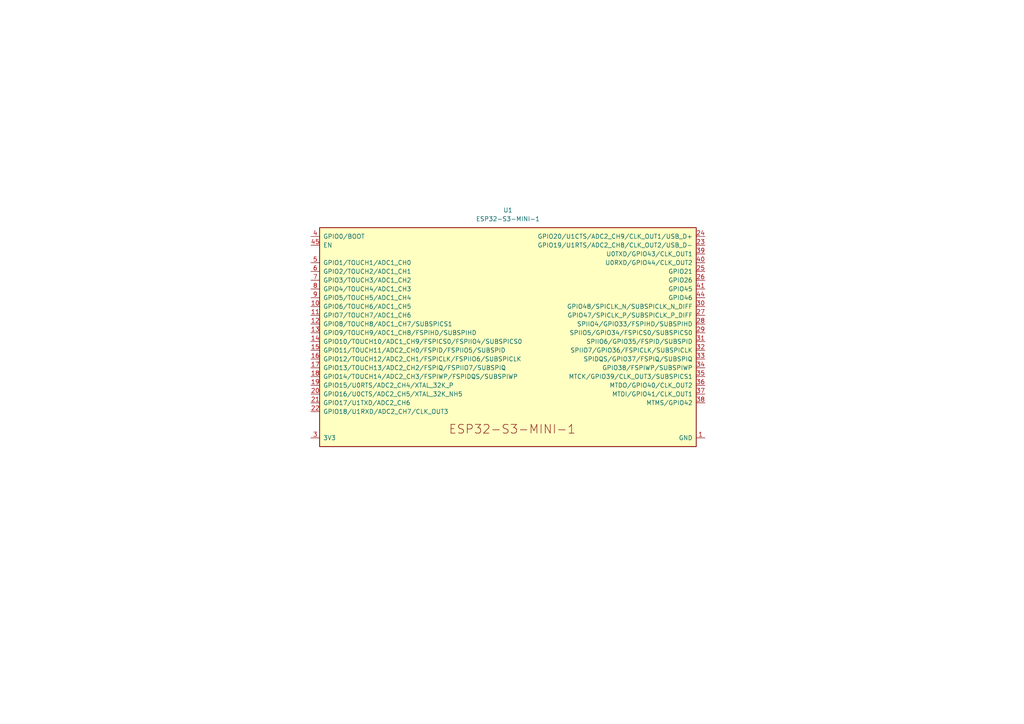
<source format=kicad_sch>
(kicad_sch (version 20250114) (generator "eeschema") (generator_version "9.0")
  (paper "A4")
  (lib_symbols
    (symbol "Espressif:ESP32-S3-MINI-1" (pin_names (offset 1.016))
      (property "Reference" "U" (at -55.88 38.1 0))
      (property "Value" "ESP32-S3-MINI-1" (at -55.88 35.56 0))
      (symbol "ESP32-S3-MINI-1_0_0"
        (rectangle (start -55.88 33.02) (end 53.34 -30.48) (stroke (width 0.254)) (fill (type background)))
        (text "ESP32-S3-MINI-1" (at 0 -25.4 0) (effects (font (size 2.54 2.54))))
        (pin bidirectional line (at -58.42 30.48 0) (length 2.54) (name "GPIO0/BOOT") (number "4"))
        (pin input line (at -58.42 27.94 0) (length 2.54) (name "EN") (number "45"))
        (pin bidirectional line (at -58.42 22.86 0) (length 2.54) (name "GPIO1/TOUCH1/ADC1_CH0") (number "5"))
        (pin bidirectional line (at -58.42 20.32 0) (length 2.54) (name "GPIO2/TOUCH2/ADC1_CH1") (number "6"))
        (pin bidirectional line (at -58.42 17.78 0) (length 2.54) (name "GPIO3/TOUCH3/ADC1_CH2") (number "7"))
        (pin bidirectional line (at -58.42 15.24 0) (length 2.54) (name "GPIO4/TOUCH4/ADC1_CH3") (number "8"))
        (pin bidirectional line (at -58.42 12.7 0) (length 2.54) (name "GPIO5/TOUCH5/ADC1_CH4") (number "9"))
        (pin bidirectional line (at -58.42 10.16 0) (length 2.54) (name "GPIO6/TOUCH6/ADC1_CH5") (number "10"))
        (pin bidirectional line (at -58.42 7.62 0) (length 2.54) (name "GPIO7/TOUCH7/ADC1_CH6") (number "11"))
        (pin bidirectional line (at -58.42 5.08 0) (length 2.54) (name "GPIO8/TOUCH8/ADC1_CH7/SUBSPICS1") (number "12"))
        (pin bidirectional line (at -58.42 2.54 0) (length 2.54) (name "GPIO9/TOUCH9/ADC1_CH8/FSPIHD/SUBSPIHD") (number "13"))
        (pin bidirectional line (at -58.42 0 0) (length 2.54) (name "GPIO10/TOUCH10/ADC1_CH9/FSPICS0/FSPIIO4/SUBSPICS0") (number "14"))
        (pin bidirectional line (at -58.42 -2.54 0) (length 2.54) (name "GPIO11/TOUCH11/ADC2_CH0/FSPID/FSPIIO5/SUBSPID") (number "15"))
        (pin bidirectional line (at -58.42 -5.08 0) (length 2.54) (name "GPIO12/TOUCH12/ADC2_CH1/FSPICLK/FSPIIO6/SUBSPICLK") (number "16"))
        (pin bidirectional line (at -58.42 -7.62 0) (length 2.54) (name "GPIO13/TOUCH13/ADC2_CH2/FSPIQ/FSPIIO7/SUBSPIQ") (number "17"))
        (pin bidirectional line (at -58.42 -10.16 0) (length 2.54) (name "GPIO14/TOUCH14/ADC2_CH3/FSPIWP/FSPIDQS/SUBSPIWP") (number "18"))
        (pin bidirectional line (at -58.42 -12.7 0) (length 2.54) (name "GPIO15/U0RTS/ADC2_CH4/XTAL_32K_P") (number "19"))
        (pin bidirectional line (at -58.42 -15.24 0) (length 2.54) (name "GPIO16/U0CTS/ADC2_CH5/XTAL_32K_NH5") (number "20"))
        (pin bidirectional line (at -58.42 -17.78 0) (length 2.54) (name "GPIO17/U1TXD/ADC2_CH6") (number "21"))
        (pin bidirectional line (at -58.42 -20.32 0) (length 2.54) (name "GPIO18/U1RXD/ADC2_CH7/CLK_OUT3") (number "22"))
        (pin power_in line (at -58.42 -27.94 0) (length 2.54) (name "3V3") (number "3"))
        (pin bidirectional line (at 55.88 30.48 180) (length 2.54) (name "GPIO20/U1CTS/ADC2_CH9/CLK_OUT1/USB_D+") (number "24"))
        (pin bidirectional line (at 55.88 27.94 180) (length 2.54) (name "GPIO19/U1RTS/ADC2_CH8/CLK_OUT2/USB_D-") (number "23"))
        (pin bidirectional line (at 55.88 25.4 180) (length 2.54) (name "U0TXD/GPIO43/CLK_OUT1") (number "39"))
        (pin bidirectional line (at 55.88 22.86 180) (length 2.54) (name "U0RXD/GPIO44/CLK_OUT2") (number "40"))
        (pin bidirectional line (at 55.88 20.32 180) (length 2.54) (name "GPIO21") (number "25"))
        (pin bidirectional line (at 55.88 17.78 180) (length 2.54) (name "GPIO26") (number "26"))
        (pin bidirectional line (at 55.88 15.24 180) (length 2.54) (name "GPIO45") (number "41"))
        (pin bidirectional line (at 55.88 12.7 180) (length 2.54) (name "GPIO46") (number "44"))
        (pin bidirectional line (at 55.88 10.16 180) (length 2.54) (name "GPIO48/SPICLK_N/SUBSPICLK_N_DIFF") (number "30"))
        (pin bidirectional line (at 55.88 7.62 180) (length 2.54) (name "GPIO47/SPICLK_P/SUBSPICLK_P_DIFF") (number "27"))
        (pin bidirectional line (at 55.88 5.08 180) (length 2.54) (name "SPIIO4/GPIO33/FSPIHD/SUBSPIHD") (number "28"))
        (pin bidirectional line (at 55.88 2.54 180) (length 2.54) (name "SPIIO5/GPIO34/FSPICS0/SUBSPICS0") (number "29"))
        (pin bidirectional line (at 55.88 0 180) (length 2.54) (name "SPIIO6/GPIO35/FSPID/SUBSPID") (number "31"))
        (pin bidirectional line (at 55.88 -2.54 180) (length 2.54) (name "SPIIO7/GPIO36/FSPICLK/SUBSPICLK") (number "32"))
        (pin bidirectional line (at 55.88 -5.08 180) (length 2.54) (name "SPIDQS/GPIO37/FSPIQ/SUBSPIQ") (number "33"))
        (pin bidirectional line (at 55.88 -7.62 180) (length 2.54) (name "GPIO38/FSPIWP/SUBSPIWP") (number "34"))
        (pin bidirectional line (at 55.88 -10.16 180) (length 2.54) (name "MTCK/GPIO39/CLK_OUT3/SUBSPICS1") (number "35"))
        (pin bidirectional line (at 55.88 -12.7 180) (length 2.54) (name "MTDO/GPIO40/CLK_OUT2") (number "36"))
        (pin bidirectional line (at 55.88 -15.24 180) (length 2.54) (name "MTDI/GPIO41/CLK_OUT1") (number "37"))
        (pin bidirectional line (at 55.88 -17.78 180) (length 2.54) (name "MTMS/GPIO42") (number "38"))
        (pin power_in line (at 55.88 -27.94 180) (length 2.54) (name "GND") (number "1"))
        (pin passive line (at 55.88 -27.94 180) (length 2.54) (hide yes) (name "GND") (number "2"))
        (pin passive line (at 55.88 -27.94 180) (length 2.54) (hide yes) (name "GND") (number "42"))
        (pin passive line (at 55.88 -27.94 180) (length 2.54) (hide yes) (name "GND") (number "43"))
        (pin passive line (at 55.88 -27.94 180) (length 2.54) (hide yes) (name "GND") (number "46"))
        (pin passive line (at 55.88 -27.94 180) (length 2.54) (hide yes) (name "GND") (number "47"))
        (pin passive line (at 55.88 -27.94 180) (length 2.54) (hide yes) (name "GND") (number "48"))
        (pin passive line (at 55.88 -27.94 180) (length 2.54) (hide yes) (name "GND") (number "49"))
        (pin passive line (at 55.88 -27.94 180) (length 2.54) (hide yes) (name "GND") (number "50"))
        (pin passive line (at 55.88 -27.94 180) (length 2.54) (hide yes) (name "GND") (number "51"))
        (pin passive line (at 55.88 -27.94 180) (length 2.54) (hide yes) (name "GND") (number "52"))
        (pin passive line (at 55.88 -27.94 180) (length 2.54) (hide yes) (name "GND") (number "53"))
        (pin passive line (at 55.88 -27.94 180) (length 2.54) (hide yes) (name "GND") (number "54"))
        (pin passive line (at 55.88 -27.94 180) (length 2.54) (hide yes) (name "GND") (number "55"))
        (pin passive line (at 55.88 -27.94 180) (length 2.54) (hide yes) (name "GND") (number "56"))
        (pin passive line (at 55.88 -27.94 180) (length 2.54) (hide yes) (name "GND") (number "57"))
        (pin passive line (at 55.88 -27.94 180) (length 2.54) (hide yes) (name "GND") (number "58"))
        (pin passive line (at 55.88 -27.94 180) (length 2.54) (hide yes) (name "GND") (number "59"))
        (pin passive line (at 55.88 -27.94 180) (length 2.54) (hide yes) (name "GND") (number "60"))
        (pin passive line (at 55.88 -27.94 180) (length 2.54) (hide yes) (name "GND") (number "61"))
        (pin passive line (at 55.88 -27.94 180) (length 2.54) (hide yes) (name "GND") (number "62"))
        (pin passive line (at 55.88 -27.94 180) (length 2.54) (hide yes) (name "GND") (number "63"))
        (pin passive line (at 55.88 -27.94 180) (length 2.54) (hide yes) (name "GND") (number "64"))
        (pin passive line (at 55.88 -27.94 180) (length 2.54) (hide yes) (name "GND") (number "65"))
      )
    )
  )
  (symbol (lib_id "Espressif:ESP32-S3-MINI-1") (at 148.59 99.06 0) (unit 1)
    (property "Reference" "U1" (at 147.32 60.96 0))
    (property "Value" "ESP32-S3-MINI-1" (at 147.32 63.5 0))
    (property "Footprint" "Espressif:ESP32-S3-MINI-1" (effects (hide yes)))
    (property "Datasheet" "https://www.espressif.com/sites/default/files/documentation/esp32-s3-mini-1_mini-1u_datasheet_en.pdf" (effects (hide yes)))
  )
)
</source>
